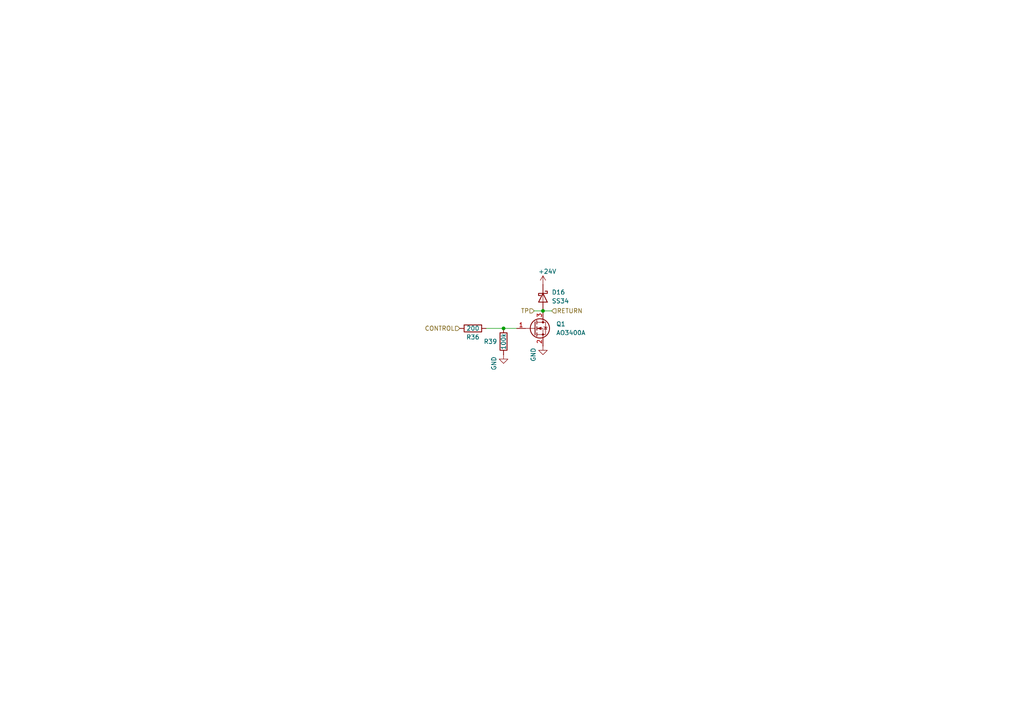
<source format=kicad_sch>
(kicad_sch (version 20231120) (generator "eeschema") (generator_version "8.0")
  (paper "A4")
  (title_block (title "Valve Control Module") (company "Queen's Rocket Engineering Team") (comment 1 "Jeevan Sanchez"))
  (lib_symbols
    (symbol "Device:R" (pin_numbers hide) (pin_names (offset 0))
      (property "Reference" "R" (at 2.032 0 90))
      (property "Value" "R" (at 0 0 90))
      (symbol "R_0_1"
        (rectangle (start -1.016 -2.54) (end 1.016 2.54) (stroke (width 0.254)))
      )
      (symbol "R_1_1"
        (pin passive line (at 0 3.81 270) (length 1.27) (name "~") (number "1"))
        (pin passive line (at 0 -3.81 90) (length 1.27) (name "~") (number "2"))
      )
    )
    (symbol "Diode:SS34" (pin_numbers hide) (pin_names (offset 1.016) hide)
      (property "Reference" "D" (at 0 2.54 0))
      (property "Value" "SS34" (at 0 -2.54 0))
      (symbol "SS34_0_1"
        (polyline (pts (xy 1.27 0) (xy -1.27 0)))
        (polyline (pts (xy 1.27 1.27) (xy 1.27 -1.27) (xy -1.27 0) (xy 1.27 1.27)) (stroke (width 0.254)))
        (polyline (pts (xy -1.905 0.635) (xy -1.905 1.27) (xy -1.27 1.27) (xy -1.27 -1.27) (xy -0.635 -1.27) (xy -0.635 -0.635)) (stroke (width 0.254)))
      )
      (symbol "SS34_1_1"
        (pin passive line (at -3.81 0 0) (length 2.54) (name "K") (number "1"))
        (pin passive line (at 3.81 0 180) (length 2.54) (name "A") (number "2"))
      )
    )
    (symbol "Transistor_FET:AO3400A" (pin_names hide)
      (property "Reference" "Q" (at 5.08 1.905 0))
      (property "Value" "AO3400A" (at 5.08 0 0))
      (symbol "AO3400A_0_1"
        (polyline (pts (xy 0.254 0) (xy -2.54 0)))
        (polyline (pts (xy 0.254 1.905) (xy 0.254 -1.905)) (stroke (width 0.254)))
        (polyline (pts (xy 0.762 -1.27) (xy 0.762 -2.286)) (stroke (width 0.254)))
        (polyline (pts (xy 0.762 0.508) (xy 0.762 -0.508)) (stroke (width 0.254)))
        (polyline (pts (xy 0.762 2.286) (xy 0.762 1.27)) (stroke (width 0.254)))
        (polyline (pts (xy 2.54 2.54) (xy 2.54 1.778)))
        (polyline (pts (xy 2.54 -2.54) (xy 2.54 0) (xy 0.762 0)))
        (polyline (pts (xy 0.762 -1.778) (xy 3.302 -1.778) (xy 3.302 1.778) (xy 0.762 1.778)))
        (polyline (pts (xy 1.016 0) (xy 2.032 0.381) (xy 2.032 -0.381) (xy 1.016 0)) (fill (type outline)))
        (polyline (pts (xy 2.794 0.508) (xy 2.921 0.381) (xy 3.683 0.381) (xy 3.81 0.254)))
        (polyline (pts (xy 3.302 0.381) (xy 2.921 -0.254) (xy 3.683 -0.254) (xy 3.302 0.381)))
        (circle (center 1.651 0) (radius 2.794) (stroke (width 0.254)))
        (circle (center 2.54 -1.778) (radius 0.254) (fill (type outline)))
        (circle (center 2.54 1.778) (radius 0.254) (fill (type outline)))
      )
      (symbol "AO3400A_1_1"
        (pin input line (at -5.08 0 0) (length 2.54) (name "G") (number "1"))
        (pin passive line (at 2.54 -5.08 90) (length 2.54) (name "S") (number "2"))
        (pin passive line (at 2.54 5.08 270) (length 2.54) (name "D") (number "3"))
      )
    )
    (symbol "power:+24V" (power) (pin_numbers hide) (pin_names (offset 0) hide)
      (property "Value" "+24V" (at 0 3.556 0))
      (symbol "+24V_0_1"
        (polyline (pts (xy -0.762 1.27) (xy 0 2.54)))
        (polyline (pts (xy 0 0) (xy 0 2.54)))
        (polyline (pts (xy 0 2.54) (xy 0.762 1.27)))
      )
      (symbol "+24V_1_1"
        (pin power_in line (at 0 0 90) (length 0) (name "~") (number "1"))
      )
    )
    (symbol "power:GND" (power) (pin_numbers hide) (pin_names (offset 0) hide)
      (property "Value" "GND" (at 0 -3.81 0))
      (symbol "GND_0_1"
        (polyline (pts (xy 0 0) (xy 0 -1.27) (xy 1.27 -1.27) (xy 0 -2.54) (xy -1.27 -1.27) (xy 0 -1.27)))
      )
      (symbol "GND_1_1"
        (pin power_in line (at 0 0 270) (length 0) (name "~") (number "1"))
      )
    )
  )
  (junction (at 157.48 90.17))
  (junction (at 146.05 95.25))
  (wire (pts (xy 146.05 95.25) (xy 149.86 95.25)))
  (wire (pts (xy 154.94 90.17) (xy 157.48 90.17)))
  (wire (pts (xy 160.02 90.17) (xy 157.48 90.17)))
  (wire (pts (xy 140.97 95.25) (xy 146.05 95.25)))
  (hierarchical_label "RETURN" (shape input) (at 160.02 90.17 0))
  (hierarchical_label "CONTROL" (shape input) (at 133.35 95.25 180))
  (hierarchical_label "TP" (shape input) (at 154.94 90.17 180))
  (symbol (lib_id "power:GND") (at 146.05 102.87 0) (unit 1)
    (property "Reference" "#PWR0102" (effects (hide yes)))
    (property "Value" "GND" (at 143.256 105.41 90))
    (property "Description" "Power symbol creates a global label with name \"GND\" , ground" (effects (hide yes)))
    (instances (project "upper_lc_board" (path "" (reference "#PWR0102") (unit 1)) (path "" (reference "#PWR051") (unit 1))))
  )
  (symbol (lib_id "Device:R") (at 146.05 99.06 180) (unit 1)
    (property "Reference" "R39" (at 142.24 99.06 0))
    (property "Value" "100k" (at 146.05 99.06 90))
    (property "Footprint" "Resistor_SMD:R_0603_1608Metric" (effects (hide yes)))
    (property "Description" "Gate Pulldown Resistor" (effects (hide yes)))
    (property "LCSC" "C25803" (effects (hide yes)))
    (instances (project "upper_lc_board" (path "" (reference "R39") (unit 1)) (path "" (reference "R38") (unit 1))))
  )
  (symbol (lib_id "Transistor_FET:AO3400A") (at 154.94 95.25 0) (unit 1)
    (property "Reference" "Q1" (at 161.29 93.9799 0) (effects (justify left)))
    (property "Value" "AO3400A" (at 161.29 96.5199 0) (effects (justify left)))
    (property "Footprint" "Package_TO_SOT_SMD:SOT-23" (effects (hide yes)))
    (property "Datasheet" "${KIPRJMOD}/../../Datasheets/MOSFET-AO3400A.pdf" (effects (hide yes)))
    (property "Description" "30V Vds, 5.7A Id, N-Channel MOSFET, SOT-23" (effects (hide yes)))
    (property "LCSC" "C20917" (effects (hide yes)))
    (instances (project "upper_lc_board" (path "" (reference "Q1") (unit 1)) (path "" (reference "Q2") (unit 1))))
  )
  (symbol (lib_id "Diode:SS34") (at 157.48 86.36 270) (unit 1)
    (property "Reference" "D16" (at 160.02 84.7724 90) (effects (justify left)))
    (property "Value" "SS34" (at 160.02 87.3124 90) (effects (justify left)))
    (property "Footprint" "Diode_SMD:D_SMA" (effects (hide yes)))
    (property "Datasheet" "https://www.vishay.com/docs/88751/ss32.pdf" (effects (hide yes)))
    (property "Description" "40V 3A Schottky Diode, SMA" (effects (hide yes)))
    (property "Digikey" "5399-SS34CT-ND" (effects (hide yes)))
    (instances (project "upper_lc_board" (path "" (reference "D16") (unit 1)) (path "" (reference "D17") (unit 1))))
  )
  (symbol (lib_id "power:GND") (at 157.48 100.33 0) (unit 1)
    (property "Reference" "#PWR0101" (effects (hide yes)))
    (property "Value" "GND" (at 154.686 102.87 90))
    (property "Description" "Power symbol creates a global label with name \"GND\" , ground" (effects (hide yes)))
    (instances (project "upper_lc_board" (path "" (reference "#PWR0101") (unit 1)) (path "" (reference "#PWR085") (unit 1))))
  )
  (symbol (lib_id "Device:R") (at 137.16 95.25 270) (unit 1)
    (property "Reference" "R36" (at 137.16 97.79 90))
    (property "Value" "200" (at 137.16 95.25 90))
    (property "Footprint" "Resistor_SMD:R_0603_1608Metric" (effects (hide yes)))
    (property "Description" "Current Limiting Resistor" (effects (hide yes)))
    (property "LCSC" "C8218" (effects (hide yes)))
    (instances (project "upper_lc_board" (path "" (reference "R36") (unit 1)) (path "" (reference "R37") (unit 1))))
  )
  (symbol (lib_id "power:+24V") (at 157.48 82.55 0) (unit 1)
    (property "Reference" "#PWR0103" (effects (hide yes)))
    (property "Value" "+24V" (at 158.75 78.74 0))
    (property "Description" "Power symbol creates a global label with name \"+24V\"" (effects (hide yes)))
    (instances (project "upper_lc_board" (path "" (reference "#PWR0103") (unit 1)) (path "" (reference "#PWR084") (unit 1))))
  )
)
</source>
